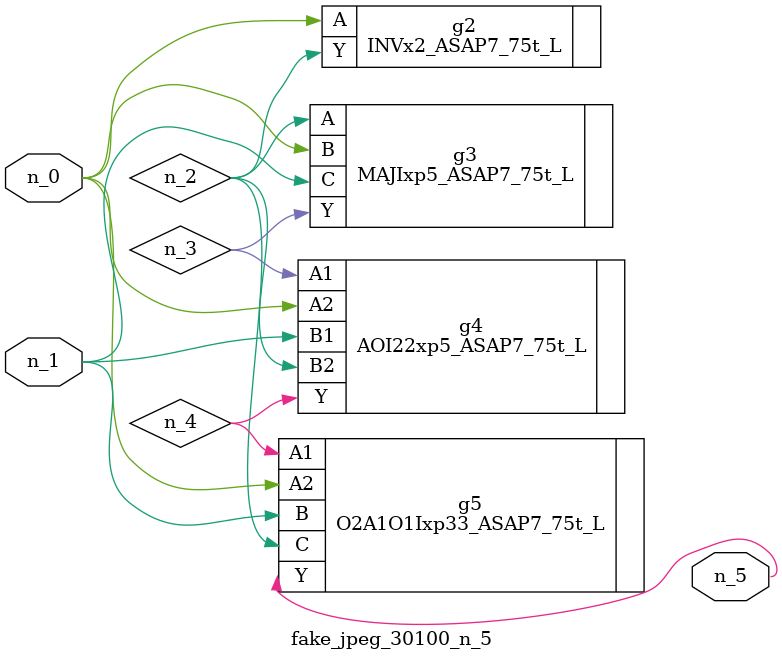
<source format=v>
module fake_jpeg_30100_n_5 (n_0, n_1, n_5);

input n_0;
input n_1;

output n_5;

wire n_3;
wire n_2;
wire n_4;

INVx2_ASAP7_75t_L g2 ( 
.A(n_0),
.Y(n_2)
);

MAJIxp5_ASAP7_75t_L g3 ( 
.A(n_2),
.B(n_0),
.C(n_1),
.Y(n_3)
);

AOI22xp5_ASAP7_75t_L g4 ( 
.A1(n_3),
.A2(n_0),
.B1(n_1),
.B2(n_2),
.Y(n_4)
);

O2A1O1Ixp33_ASAP7_75t_L g5 ( 
.A1(n_4),
.A2(n_0),
.B(n_1),
.C(n_2),
.Y(n_5)
);


endmodule
</source>
